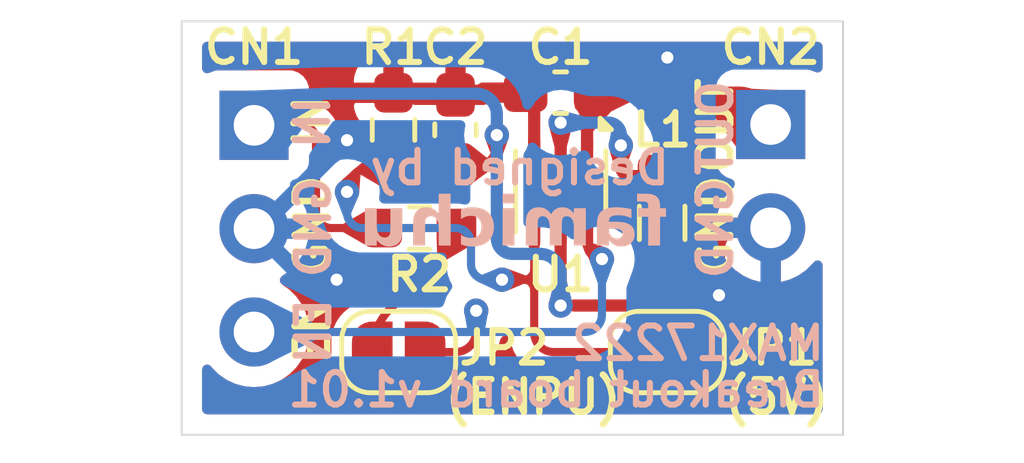
<source format=kicad_pcb>
(kicad_pcb (version 20240108) (generator "pcbnew") (generator_version "8.0")
  (layers (0 "F.Cu" signal) (31 "B.Cu" signal) (34 "B.Paste" user) (35 "F.Paste" user) (36 "B.SilkS" user "B.Silkscreen") (37 "F.SilkS" user "F.Silkscreen") (38 "B.Mask" user) (39 "F.Mask" user) (44 "Edge.Cuts" user))
  (net 0 "")
  (net 1 "VCC")
  (net 2 "GND")
  (net 3 "VBAT")
  (net 4 "/EN")
  (net 5 "Net-(JP1-A)")
  (net 6 "Net-(JP2-B)")
  (net 7 "Net-(U1-LX)")
  (footprint "Jumper:SolderJumper-2_P1.3mm_Open_RoundedPad1.0x1.5mm" (layer "F.Cu") (at 51.054 53.848 180)
    (property "Reference" "JP2" (at -2.5908 0.1016 0) (layer "F.SilkS") (effects (font (size 0.8 0.8))))
    (property "Value" "Jumper_2_Open")
    (fp_line (start 1.4 -0.3) (end 1.4 0.3) (stroke (width 0.12)) (layer "F.SilkS"))
    (fp_line (start 0.7 1) (end -0.7 1) (stroke (width 0.12)) (layer "F.SilkS"))
    (fp_line (start -0.7 -1) (end 0.7 -1) (stroke (width 0.12)) (layer "F.SilkS"))
    (fp_line (start -1.4 0.3) (end -1.4 -0.3) (stroke (width 0.12)) (layer "F.SilkS"))
    (fp_arc (start 1.4 0.3) (mid 1.194975 0.794975) (end 0.7 1) (stroke (width 0.12)) (layer "F.SilkS"))
    (fp_arc (start 0.7 -1) (mid 1.194975 -0.794975) (end 1.4 -0.3) (stroke (width 0.12)) (layer "F.SilkS"))
    (fp_arc (start -0.7 1) (mid -1.194975 0.794975) (end -1.4 0.3) (stroke (width 0.12)) (layer "F.SilkS"))
    (fp_arc (start -1.4 -0.3) (mid -1.194975 -0.794975) (end -0.7 -1) (stroke (width 0.12)) (layer "F.SilkS"))
    (pad "1" smd custom (at -0.65 0 180) (size 1 0.5) (layers "F.Cu" "F.Mask") (net 4 "/EN") (options (clearance outline) (anchor rect)) (primitives (gr_circle (center 0 0.25) (end 0.5 0.25) (width 0) (fill yes)) (gr_circle (center 0 -0.25) (end 0.5 -0.25) (width 0) (fill yes)) (gr_poly (pts (xy 0.5 0.75) (xy 0 0.75) (xy 0 -0.75) (xy 0.5 -0.75)) (width 0) (fill yes))))
    (pad "2" smd custom (at 0.65 0 180) (size 1 0.5) (layers "F.Cu" "F.Mask") (net 6 "Net-(JP2-B)") (options (clearance outline) (anchor rect)) (primitives (gr_circle (center 0 0.25) (end 0.5 0.25) (width 0) (fill yes)) (gr_circle (center 0 -0.25) (end 0.5 -0.25) (width 0) (fill yes)) (gr_poly (pts (xy 0 0.75) (xy -0.5 0.75) (xy -0.5 -0.75) (xy 0 -0.75)) (width 0) (fill yes))))
  )
  (footprint "Jumper:SolderJumper-2_P1.3mm_Open_RoundedPad1.0x1.5mm" (layer "F.Cu") (at 57.658 53.848)
    (property "Reference" "JP1" (at 2.5908 -0.1016 0) (layer "F.SilkS") (effects (font (size 0.8 0.8))))
    (property "Value" "Jumper_2_Open")
    (fp_line (start -1.4 0.3) (end -1.4 -0.3) (stroke (width 0.12)) (layer "F.SilkS"))
    (fp_line (start -0.7 -1) (end 0.7 -1) (stroke (width 0.12)) (layer "F.SilkS"))
    (fp_line (start 0.7 1) (end -0.7 1) (stroke (width 0.12)) (layer "F.SilkS"))
    (fp_line (start 1.4 -0.3) (end 1.4 0.3) (stroke (width 0.12)) (layer "F.SilkS"))
    (fp_arc (start -1.4 -0.3) (mid -1.194975 -0.794975) (end -0.7 -1) (stroke (width 0.12)) (layer "F.SilkS"))
    (fp_arc (start -0.7 1) (mid -1.194975 0.794975) (end -1.4 0.3) (stroke (width 0.12)) (layer "F.SilkS"))
    (fp_arc (start 0.7 -1) (mid 1.194975 -0.794975) (end 1.4 -0.3) (stroke (width 0.12)) (layer "F.SilkS"))
    (fp_arc (start 1.4 0.3) (mid 1.194975 0.794975) (end 0.7 1) (stroke (width 0.12)) (layer "F.SilkS"))
    (pad "1" smd custom (at -0.65 0) (size 1 0.5) (layers "F.Cu" "F.Mask") (net 5 "Net-(JP1-A)") (options (clearance outline) (anchor rect)) (primitives (gr_circle (center 0 0.25) (end 0.5 0.25) (width 0) (fill yes)) (gr_circle (center 0 -0.25) (end 0.5 -0.25) (width 0) (fill yes)) (gr_poly (pts (xy 0.5 0.75) (xy 0 0.75) (xy 0 -0.75) (xy 0.5 -0.75)) (width 0) (fill yes))))
    (pad "2" smd custom (at 0.65 0) (size 1 0.5) (layers "F.Cu" "F.Mask") (net 2 "GND") (options (clearance outline) (anchor rect)) (primitives (gr_circle (center 0 0.25) (end 0.5 0.25) (width 0) (fill yes)) (gr_circle (center 0 -0.25) (end 0.5 -0.25) (width 0) (fill yes)) (gr_poly (pts (xy 0 0.75) (xy -0.5 0.75) (xy -0.5 -0.75) (xy 0 -0.75)) (width 0) (fill yes))))
  )
  (footprint "Connector_PinHeader_2.54mm:PinHeader_1x02_P2.54mm_Vertical" (layer "F.Cu") (at 60.198 48.255)
    (property "Reference" "CN2" (at 0 -1.9 0) (layer "F.SilkS") (effects (font (size 0.8 0.8))))
    (property "Value" "Conn_01x02_Pin")
    (pad "1" thru_hole rect (at 0 0) (size 1.7 1.7) (drill 1) (layers "*.Cu" "*.Mask") (net 1 "VCC"))
    (pad "2" thru_hole oval (at 0 2.54) (size 1.7 1.7) (drill 1) (layers "*.Cu" "*.Mask") (net 2 "GND"))
  )
  (footprint "Connector_PinHeader_2.54mm:PinHeader_1x03_P2.54mm_Vertical" (layer "F.Cu") (at 47.498 48.275)
    (property "Reference" "CN1" (at 0 -1.92 180) (layer "F.SilkS") (effects (font (size 0.8 0.8))))
    (property "Value" "Conn_01x03_Pin")
    (pad "1" thru_hole rect (at 0 0) (size 1.7 1.7) (drill 1) (layers "*.Cu" "*.Mask") (net 3 "VBAT"))
    (pad "2" thru_hole oval (at 0 2.54) (size 1.7 1.7) (drill 1) (layers "*.Cu" "*.Mask") (net 2 "GND"))
    (pad "3" thru_hole oval (at 0 5.08) (size 1.7 1.7) (drill 1) (layers "*.Cu" "*.Mask") (net 4 "/EN"))
  )
  (footprint "Resistor_SMD:R_0603_1608Metric_Pad0.98x0.95mm_HandSolder" (layer "F.Cu") (at 50.927 48.387 90)
    (property "Reference" "R1" (at 2.032 0 0) (layer "F.SilkS") (effects (font (size 0.8 0.8))))
    (property "Value" "80.6k")
    (fp_line (start -0.254724 -0.5225) (end 0.254724 -0.5225) (stroke (width 0.12)) (layer "F.SilkS"))
    (fp_line (start -0.254724 0.5225) (end 0.254724 0.5225) (stroke (width 0.12)) (layer "F.SilkS"))
    (pad "1" smd roundrect (at -0.9125 0 90) (size 0.975 0.95) (layers "F.Cu" "F.Paste" "F.Mask") (net 5 "Net-(JP1-A)"))
    (pad "2" smd roundrect (at 0.9125 0 90) (size 0.975 0.95) (layers "F.Cu" "F.Paste" "F.Mask") (net 2 "GND"))
  )
  (footprint "Capacitor_SMD:C_0603_1608Metric_Pad1.08x0.95mm_HandSolder" (layer "F.Cu") (at 52.451 48.387 90)
    (property "Reference" "C2" (at 2.032 0 360) (layer "F.SilkS") (effects (font (size 0.8 0.8))))
    (property "Value" "10u")
    (fp_line (start -0.146267 -0.51) (end 0.146267 -0.51) (stroke (width 0.12)) (layer "F.SilkS"))
    (fp_line (start -0.146267 0.51) (end 0.146267 0.51) (stroke (width 0.12)) (layer "F.SilkS"))
    (pad "1" smd roundrect (at -0.8625 0 90) (size 1.075 0.95) (layers "F.Cu" "F.Paste" "F.Mask") (net 3 "VBAT"))
    (pad "2" smd roundrect (at 0.8625 0 90) (size 1.075 0.95) (layers "F.Cu" "F.Paste" "F.Mask") (net 2 "GND"))
  )
  (footprint "Package_DFN_QFN:DFN-6-1EP_2x2mm_P0.65mm_EP1.01x1.7mm" (layer "F.Cu") (at 55.035 49.8995 -90)
    (property "Reference" "U1" (at 2.0435 0 0) (layer "F.SilkS") (effects (font (size 0.8 0.8))))
    (property "Value" "MAX17222")
    (fp_line (start -1 1.11) (end 1 1.11) (stroke (width 0.12)) (layer "F.SilkS"))
    (fp_line (start -1 -1.11) (end 1 -1.11) (stroke (width 0.12)) (layer "F.SilkS"))
    (fp_poly (pts (xy -1.52 -0.97) (xy -1.8 -0.97) (xy -1.52 -1.25) (xy -1.52 -0.97)) (stroke (width 0.12)) (fill solid) (layer "F.SilkS"))
    (pad "1" smd roundrect (at -1.0275 -0.65 270) (size 0.645 0.3) (layers "F.Cu" "F.Paste" "F.Mask") (net 1 "VCC"))
    (pad "2" smd roundrect (at -1.0275 0 270) (size 0.645 0.3) (layers "F.Cu" "F.Paste" "F.Mask") (net 7 "Net-(U1-LX)"))
    (pad "3" smd roundrect (at -1.0275 0.65 270) (size 0.645 0.3) (layers "F.Cu" "F.Paste" "F.Mask") (net 2 "GND"))
    (pad "4" smd roundrect (at 1.0275 0.65 270) (size 0.645 0.3) (layers "F.Cu" "F.Paste" "F.Mask") (net 5 "Net-(JP1-A)"))
    (pad "5" smd roundrect (at 1.0275 0 270) (size 0.645 0.3) (layers "F.Cu" "F.Paste" "F.Mask") (net 3 "VBAT"))
    (pad "6" smd roundrect (at 1.0275 -0.65 270) (size 0.645 0.3) (layers "F.Cu" "F.Paste" "F.Mask") (net 4 "/EN"))
    (pad "7" smd rect (at 0 0 270) (size 1.01 1.7) (property pad_prop_heatsink) (layers "F.Cu" "F.Mask"))
  )
  (footprint "Resistor_SMD:R_0603_1608Metric_Pad0.98x0.95mm_HandSolder" (layer "F.Cu") (at 51.562 50.8 180)
    (property "Reference" "R2" (at 0 -1.143 180) (layer "F.SilkS") (effects (font (size 0.8 0.8))))
    (property "Value" "10k")
    (fp_line (start -0.254724 0.5225) (end 0.254724 0.5225) (stroke (width 0.12)) (layer "F.SilkS"))
    (fp_line (start -0.254724 -0.5225) (end 0.254724 -0.5225) (stroke (width 0.12)) (layer "F.SilkS"))
    (pad "1" smd roundrect (at -0.9125 0 180) (size 0.975 0.95) (layers "F.Cu" "F.Paste" "F.Mask") (net 6 "Net-(JP2-B)"))
    (pad "2" smd roundrect (at 0.9125 0 180) (size 0.975 0.95) (layers "F.Cu" "F.Paste" "F.Mask") (net 3 "VBAT"))
  )
  (footprint "Capacitor_SMD:C_0603_1608Metric_Pad1.08x0.95mm_HandSolder" (layer "F.Cu") (at 55.035 47.4726 180)
    (property "Reference" "C1" (at 0 1.1176 0) (layer "F.SilkS") (effects (font (size 0.8 0.8))))
    (property "Value" "10u")
    (fp_line (start -0.146267 0.51) (end 0.146267 0.51) (stroke (width 0.12)) (layer "F.SilkS"))
    (fp_line (start -0.146267 -0.51) (end 0.146267 -0.51) (stroke (width 0.12)) (layer "F.SilkS"))
    (pad "1" smd roundrect (at -0.8625 0 180) (size 1.075 0.95) (layers "F.Cu" "F.Paste" "F.Mask") (net 1 "VCC"))
    (pad "2" smd roundrect (at 0.8625 0 180) (size 1.075 0.95) (layers "F.Cu" "F.Paste" "F.Mask") (net 2 "GND"))
  )
  (footprint "Inductor_SMD:L_0805_2012Metric_Pad1.05x1.20mm_HandSolder" (layer "F.Cu") (at 57.531 50.673 90)
    (property "Reference" "L1" (at 2.286 0 360) (layer "F.SilkS") (effects (font (size 0.8 0.8))))
    (property "Value" "2.2uH")
    (fp_line (start -0.410242 -0.56) (end 0.410242 -0.56) (stroke (width 0.12)) (layer "F.SilkS"))
    (fp_line (start -0.410242 0.56) (end 0.410242 0.56) (stroke (width 0.12)) (layer "F.SilkS"))
    (pad "1" smd roundrect (at -1.15 0 90) (size 1.05 1.2) (layers "F.Cu" "F.Paste" "F.Mask") (roundrect_rratio 0.238095) (net 3 "VBAT"))
    (pad "2" smd roundrect (at 1.15 0 90) (size 1.05 1.2) (layers "F.Cu" "F.Paste" "F.Mask") (roundrect_rratio 0.238095) (net 7 "Net-(U1-LX)"))
  )
  (gr_line (start 45.72 45.72) (end 45.72 55.88) (stroke (width 0.05)) (layer "Edge.Cuts"))
  (gr_line (start 61.976 55.88) (end 45.72 55.88) (stroke (width 0.05)) (layer "Edge.Cuts"))
  (gr_line (start 45.72 45.72) (end 61.976 45.72) (stroke (width 0.05)) (layer "Edge.Cuts"))
  (gr_line (start 61.976 45.72) (end 61.976 55.88) (stroke (width 0.05)) (layer "Edge.Cuts"))
  (gr_text "MAX17222" (at 61.595 54.102 0) (layer "B.SilkS") (effects (font (size 0.8 0.8)) (justify left bottom mirror)))
  (gr_text "OUT" (at 59.309 47.0916 90) (layer "B.SilkS") (effects (font (size 0.8 0.8) (thickness 0.16) (bold yes)) (justify left bottom mirror)))
  (gr_text "Breakout board v1.01" (at 61.595 55.245 0) (layer "B.SilkS") (effects (font (size 0.8 0.8)) (justify left bottom mirror)))
  (gr_text "EN" (at 49.4284 52.451 90) (layer "B.SilkS") (effects (font (size 0.8 0.8) (thickness 0.16) (bold yes)) (justify left bottom mirror)))
  (gr_text "famichu" (at 57.658 51.435 0) (layer "B.SilkS") (effects (font (size 1.2 1.2) (thickness 0.15) (italic yes)) (justify left bottom mirror)))
  (gr_text "GND" (at 49.4284 49.4538 90) (layer "B.SilkS") (effects (font (size 0.8 0.8) (thickness 0.16) (bold yes)) (justify left bottom mirror)))
  (gr_text "Designed by" (at 57.785 49.784 0) (layer "B.SilkS") (effects (font (size 0.8 0.8)) (justify left bottom mirror)))
  (gr_text "IN" (at 49.403 47.498 90) (layer "B.SilkS") (effects (font (size 0.8 0.8) (thickness 0.16) (bold yes)) (justify left bottom mirror)))
  (gr_text "GND" (at 59.309 49.4792 90) (layer "B.SilkS") (effects (font (size 0.8 0.8) (thickness 0.16) (bold yes)) (justify left bottom mirror)))
  (gr_text "(5V)" (at 58.9788 55.4228 0) (layer "F.SilkS") (effects (font (size 0.8 0.8) (thickness 0.16) (bold yes)) (justify left bottom)))
  (gr_text "EN" (at 49.403 54.229 90) (layer "F.SilkS") (effects (font (size 0.8 0.8) (thickness 0.16) (bold yes)) (justify left bottom)))
  (gr_text "IN" (at 49.3776 48.895 90) (layer "F.SilkS") (effects (font (size 0.8 0.8) (thickness 0.16) (bold yes)) (justify left bottom)))
  (gr_text "(ENPU)" (at 52.1208 55.4228 0) (layer "F.SilkS") (effects (font (size 0.8 0.8) (thickness 0.16) (bold yes)) (justify left bottom)))
  (gr_text "OUT" (at 59.309 49.53 90) (layer "F.SilkS") (effects (font (size 0.8 0.8) (thickness 0.16) (bold yes)) (justify left bottom)))
  (gr_text "GND" (at 59.309 52.07 90) (layer "F.SilkS") (effects (font (size 0.8 0.8) (thickness 0.16) (bold yes)) (justify left bottom)))
  (gr_text "GND" (at 49.403 52.07 90) (layer "F.SilkS") (effects (font (size 0.8 0.8) (thickness 0.16) (bold yes)) (justify left bottom)))
  (segment (start 55.685 48.872) (end 55.685 47.6851) (width 0.3) (layer "F.Cu") (net 1))
  (segment (start 55.8975 47.4726) (end 59.4156 47.4726) (width 0.3) (layer "F.Cu") (net 1))
  (segment (start 55.641 47.2465) (end 55.6435 47.244) (width 0.2) (layer "F.Cu") (net 1))
  (arc (start 59.4156 47.4726) (mid 59.96884 47.70176) (end 60.198 48.255) (width 0.3) (layer "F.Cu") (net 1))
  (arc (start 55.685 47.6851) (mid 55.74724 47.53484) (end 55.8975 47.4726) (width 0.3) (layer "F.Cu") (net 1))
  (segment (start 54.385 48.872) (end 54.385 47.98562) (width 0.3) (layer "F.Cu") (net 2))
  (segment (start 52.451 47.2705) (end 52.6045 47.2705) (width 0.2) (layer "F.Cu") (net 2))
  (segment (start 52.1705 47.244) (end 52.324 47.244) (width 0.2) (layer "F.Cu") (net 2))
  (segment (start 60.198 50.795) (end 60.198 53.213) (width 0.3) (layer "F.Cu") (net 2))
  (segment (start 50.927 47.4745) (end 52.401 47.4745) (width 0.3) (layer "F.Cu") (net 2))
  (segment (start 58.928 51.308) (end 58.928 52.451) (width 0.3) (layer "F.Cu") (net 2))
  (segment (start 50.927 47.4745) (end 50.1885 47.4745) (width 0.3) (layer "F.Cu") (net 2))
  (segment (start 50.673 47.2205) (end 50.676 47.2205) (width 0.2) (layer "F.Cu") (net 2))
  (segment (start 59.563 53.848) (end 58.308 53.848) (width 0.3) (layer "F.Cu") (net 2))
  (segment (start 50.673 47.4745) (end 50.673 47.498) (width 0.2) (layer "F.Cu") (net 2))
  (segment (start 60.198 50.795) (end 59.441 50.795) (width 0.3) (layer "F.Cu") (net 2))
  (segment (start 54.385 47.6851) (end 54.1725 47.4726) (width 0.2) (layer "F.Cu") (net 2))
  (segment (start 49.784 47.879) (end 49.784 48.641) (width 0.3) (layer "F.Cu") (net 2))
  (segment (start 52.451 47.5245) (end 54.4576 47.5245) (width 0.3) (layer "F.Cu") (net 2))
  (via (at 58.928 52.451) (size 0.6) (drill 0.3) (layers "F.Cu" "B.Cu") (net 2))
  (via (at 49.53 52.07) (size 0.6) (drill 0.3) (layers "F.Cu" "B.Cu") (net 2))
  (via (at 57.658 46.609) (size 0.6) (drill 0.3) (layers "F.Cu" "B.Cu") (net 2))
  (via (at 49.784 48.641) (size 0.6) (drill 0.3) (layers "F.Cu" "B.Cu") (net 2))
  (arc (start 50.1885 47.4745) (mid 49.902475 47.592975) (end 49.784 47.879) (width 0.3) (layer "F.Cu") (net 2))
  (arc (start 54.1206 47.5245) (mid 54.157299 47.509299) (end 54.1725 47.4726) (width 0.3) (layer "F.Cu") (net 2))
  (arc (start 52.401 47.4745) (mid 52.436355 47.489145) (end 52.451 47.5245) (width 0.3) (layer "F.Cu") (net 2))
  (arc (start 60.198 53.213) (mid 60.012013 53.662013) (end 59.563 53.848) (width 0.3) (layer "F.Cu") (net 2))
  (arc (start 59.441 50.795) (mid 59.078254 50.945254) (end 58.928 51.308) (width 0.3) (layer "F.Cu") (net 2))
  (arc (start 54.385 47.98562) (mid 54.329773 47.707976) (end 54.1725 47.4726) (width 0.3) (layer "F.Cu") (net 2))
  (segment (start 47.61 50.815) (end 49.784 48.641) (width 0.4) (layer "B.Cu") (net 2))
  (segment (start 49.149 52.07) (end 49.53 52.07) (width 0.4) (layer "B.Cu") (net 2))
  (segment (start 47.498 50.815) (end 48.472986 51.789986) (width 0.4) (layer "B.Cu") (net 2))
  (segment (start 47.498 50.815) (end 47.61 50.815) (width 0.4) (layer "B.Cu") (net 2))
  (arc (start 48.472986 51.789986) (mid 48.783144 51.997226) (end 49.149 52.07) (width 0.4) (layer "B.Cu") (net 2))
  (segment (start 49.022 50.419) (end 49.022 48.895) (width 0.2) (layer "F.Cu") (net 3))
  (segment (start 53.467 48.895) (end 53.467 48.514) (width 0.3) (layer "F.Cu") (net 3))
  (segment (start 55.035 50.927) (end 55.035 52.705) (width 0.3) (layer "F.Cu") (net 3))
  (segment (start 50.6495 50.8) (end 49.403 50.8) (width 0.2) (layer "F.Cu") (net 3))
  (segment (start 57.192 52.162) (end 57.531 51.823) (width 0.2) (layer "F.Cu") (net 3))
  (segment (start 47.754 48.019) (end 47.498 48.275) (width 0.2) (layer "F.Cu") (net 3))
  (segment (start 57.277 52.705) (end 55.372 52.705) (width 0.3) (layer "F.Cu") (net 3))
  (segment (start 52.451 49.2495) (end 53.1125 49.2495) (width 0.3) (layer "F.Cu") (net 3))
  (segment (start 57.531 52.451) (end 57.531 51.823) (width 0.3) (layer "F.Cu") (net 3))
  (segment (start 48.641 48.26) (end 47.513 48.26) (width 0.2) (layer "F.Cu") (net 3))
  (segment (start 49.022 48.895) (end 49.022 48.641) (width 0.2) (layer "F.Cu") (net 3))
  (via (at 53.467 48.514) (size 0.6) (drill 0.3) (layers "F.Cu" "B.Cu") (net 3))
  (via (at 55.035 52.705) (size 0.6) (drill 0.3) (layers "F.Cu" "B.Cu") (net 3))
  (arc (start 47.513 48.26) (mid 47.502393 48.264393) (end 47.498 48.275) (width 0.2) (layer "F.Cu") (net 3))
  (arc (start 53.1125 49.2495) (mid 53.363169 49.145669) (end 53.467 48.895) (width 0.3) (layer "F.Cu") (net 3))
  (arc (start 57.277 52.705) (mid 57.456605 52.630605) (end 57.531 52.451) (width 0.3) (layer "F.Cu") (net 3))
  (arc (start 49.022 48.641) (mid 48.910408 48.371592) (end 48.641 48.26) (width 0.2) (layer "F.Cu") (net 3))
  (arc (start 49.403 50.8) (mid 49.133592 50.688408) (end 49.022 50.419) (width 0.2) (layer "F.Cu") (net 3))
  (arc (start 52.451 49.2495) (mid 52.432531 49.15665) (end 52.379936 49.077936) (width 0.3) (layer "F.Cu") (net 3))
  (segment (start 49.373843 47.498) (end 52.959 47.498) (width 0.3) (layer "B.Cu") (net 3))
  (segment (start 55.035 51.943) (end 55.035 52.705) (width 0.3) (layer "B.Cu") (net 3))
  (segment (start 48.275 47.498) (end 47.498 48.275) (width 0.2) (layer "B.Cu") (net 3))
  (segment (start 53.467 48.006) (end 53.467 51.054) (width 0.3) (layer "B.Cu") (net 3))
  (segment (start 53.848 51.435) (end 54.527 51.435) (width 0.3) (layer "B.Cu") (net 3))
  (arc (start 47.498 48.275) (mid 48.358644 47.699936) (end 49.373843 47.498) (width 0.3) (layer "B.Cu") (net 3))
  (arc (start 54.527 51.435) (mid 54.88621 51.58379) (end 55.035 51.943) (width 0.3) (layer "B.Cu") (net 3))
  (arc (start 53.467 51.054) (mid 53.578592 51.323408) (end 53.848 51.435) (width 0.3) (layer "B.Cu") (net 3))
  (arc (start 52.959 47.498) (mid 53.31821 47.64679) (end 53.467 48.006) (width 0.3) (layer "B.Cu") (net 3))
  (segment (start 51.943 53.848) (end 52.451 53.848) (width 0.2) (layer "F.Cu") (net 4))
  (segment (start 51.704 53.848) (end 51.943 53.848) (width 0.2) (layer "F.Cu") (net 4))
  (segment (start 52.959 53.34) (end 52.959 52.832) (width 0.2) (layer "F.Cu") (net 4))
  (segment (start 55.685 50.927) (end 55.685 51.196) (width 0.2) (layer "F.Cu") (net 4))
  (via (at 56.051 51.562) (size 0.6) (drill 0.3) (layers "F.Cu" "B.Cu") (net 4))
  (via (at 52.959 52.832) (size 0.6) (drill 0.3) (layers "F.Cu" "B.Cu") (net 4))
  (arc (start 55.685 51.196) (mid 55.792199 51.454801) (end 56.051 51.562) (width 0.2) (layer "F.Cu") (net 4))
  (arc (start 52.451 53.848) (mid 52.81021 53.69921) (end 52.959 53.34) (width 0.2) (layer "F.Cu") (net 4))
  (segment (start 52.959 52.832) (end 52.959 53.101) (width 0.2) (layer "B.Cu") (net 4))
  (segment (start 52.959 53.355) (end 53.213 53.355) (width 0.2) (layer "B.Cu") (net 4))
  (segment (start 52.705 53.355) (end 52.959 53.355) (width 0.2) (layer "B.Cu") (net 4))
  (segment (start 56.051 51.562) (end 56.051 52.93) (width 0.2) (layer "B.Cu") (net 4))
  (segment (start 55.626 53.355) (end 53.213 53.355) (width 0.2) (layer "B.Cu") (net 4))
  (segment (start 47.498 53.355) (end 52.705 53.355) (width 0.2) (layer "B.Cu") (net 4))
  (arc (start 52.959 53.101) (mid 53.033395 53.280605) (end 53.213 53.355) (width 0.2) (layer "B.Cu") (net 4))
  (arc (start 52.959 53.101) (mid 52.884605 53.280605) (end 52.705 53.355) (width 0.2) (layer "B.Cu") (net 4))
  (arc (start 56.051 52.93) (mid 55.92652 53.23052) (end 55.626 53.355) (width 0.2) (layer "B.Cu") (net 4))
  (segment (start 54.385 51.943) (end 54.385 52.324) (width 0.2) (layer "F.Cu") (net 5))
  (segment (start 54.385 50.927) (end 54.385 51.435) (width 0.2) (layer "F.Cu") (net 5))
  (segment (start 53.594 52.07) (end 54.131 52.07) (width 0.2) (layer "F.Cu") (net 5))
  (segment (start 54.385 52.324) (end 54.385 53.369) (width 0.2) (layer "F.Cu") (net 5))
  (segment (start 54.864 53.848) (end 57.008 53.848) (width 0.2) (layer "F.Cu") (net 5))
  (segment (start 54.385 51.816) (end 54.385 51.943) (width 0.2) (layer "F.Cu") (net 5))
  (segment (start 50.927 49.2995) (end 50.3955 49.2995) (width 0.2) (layer "F.Cu") (net 5))
  (segment (start 54.385 51.435) (end 54.385 51.816) (width 0.2) (layer "F.Cu") (net 5))
  (via (at 53.594 52.07) (size 0.6) (drill 0.3) (layers "F.Cu" "B.Cu") (net 5))
  (via (at 49.784 49.911) (size 0.6) (drill 0.3) (layers "F.Cu" "B.Cu") (net 5))
  (arc (start 54.385 53.369) (mid 54.525296 53.707704) (end 54.864 53.848) (width 0.2) (layer "F.Cu") (net 5))
  (arc (start 54.131 52.07) (mid 54.310605 52.144395) (end 54.385 52.324) (width 0.2) (layer "F.Cu") (net 5))
  (arc (start 54.131 52.07) (mid 54.310605 51.995605) (end 54.385 51.816) (width 0.2) (layer "F.Cu") (net 5))
  (arc (start 50.3955 49.2995) (mid 49.963104 49.478604) (end 49.784 49.911) (width 0.2) (layer "F.Cu") (net 5))
  (segment (start 49.784 49.911) (end 49.784 50.419) (width 0.2) (layer "B.Cu") (net 5))
  (segment (start 52.832 51.181) (end 52.832 51.689) (width 0.2) (layer "B.Cu") (net 5))
  (segment (start 53.213 52.07) (end 53.594 52.07) (width 0.2) (layer "B.Cu") (net 5))
  (segment (start 50.165 50.8) (end 52.451 50.8) (width 0.2) (layer "B.Cu") (net 5))
  (arc (start 49.784 50.419) (mid 49.895592 50.688408) (end 50.165 50.8) (width 0.2) (layer "B.Cu") (net 5))
  (arc (start 52.832 51.689) (mid 52.943592 51.958408) (end 53.213 52.07) (width 0.2) (layer "B.Cu") (net 5))
  (arc (start 52.451 50.8) (mid 52.720408 50.911592) (end 52.832 51.181) (width 0.2) (layer "B.Cu") (net 5))
  (segment (start 52.07 51.562) (end 50.842407 52.789593) (width 0.2) (layer "F.Cu") (net 6))
  (segment (start 52.221709 51.41029) (end 52.07 51.562) (width 0.2) (layer "F.Cu") (net 6))
  (segment (start 52.4745 50.8) (end 52.451 50.8) (width 0.2) (layer "F.Cu") (net 6))
  (arc (start 52.4745 50.8) (mid 52.408802 51.130287) (end 52.221709 51.41029) (width 0.2) (layer "F.Cu") (net 6))
  (arc (start 50.842407 52.789593) (mid 50.517939 53.275194) (end 50.404 53.848) (width 0.2) (layer "F.Cu") (net 6))
  (segment (start 56.515 49.276) (end 56.515 48.768) (width 0.3) (layer "F.Cu") (net 7))
  (segment (start 55.035 48.872) (end 55.035 48.2092) (width 0.3) (layer "F.Cu") (net 7))
  (segment (start 57.531 49.523) (end 56.762 49.523) (width 0.3) (layer "F.Cu") (net 7))
  (segment (start 55.035 48.2092) (end 55.035 48.133) (width 0.2) (layer "F.Cu") (net 7))
  (via (at 56.515 48.768) (size 0.6) (drill 0.3) (layers "F.Cu" "B.Cu") (net 7))
  (via (at 55.035 48.2092) (size 0.6) (drill 0.3) (layers "F.Cu" "B.Cu") (net 7))
  (arc (start 56.762 49.523) (mid 56.587345 49.450655) (end 56.515 49.276) (width 0.3) (layer "F.Cu") (net 7))
  (segment (start 56.515 48.514) (end 56.515 48.768) (width 0.3) (layer "B.Cu") (net 7))
  (segment (start 55.035 48.2092) (end 56.2102 48.2092) (width 0.3) (layer "B.Cu") (net 7))
  (arc (start 56.2102 48.2092) (mid 56.425726 48.298474) (end 56.515 48.514) (width 0.3) (layer "B.Cu") (net 7))
  (zone (net 2) (net_name "GND") (layer "F.Cu") (connect_pads (clearance 0.5)) (min_thickness 0.25) (fill yes (thermal_gap 0.5) (thermal_bridge_width 0.5))
    (polygon (pts (xy 45.72 46.228) (xy 46.228 45.72) (xy 61.468 45.72) (xy 61.976 46.228) (xy 61.976 55.372) (xy 61.468 55.88) (xy 46.228 55.88) (xy 45.72 55.372)))
  )
  (zone (net 2) (net_name "GND") (layer "B.Cu") (priority 1) (connect_pads (clearance 0.5)) (min_thickness 0.25) (fill yes (thermal_gap 0.5) (thermal_bridge_width 0.5))
    (polygon (pts (xy 46.228 45.72) (xy 45.72 46.228) (xy 45.72 55.372) (xy 46.228 55.88) (xy 61.468 55.88) (xy 61.976 55.372) (xy 61.976 46.228) (xy 61.468 45.72)))
  )
)
</source>
